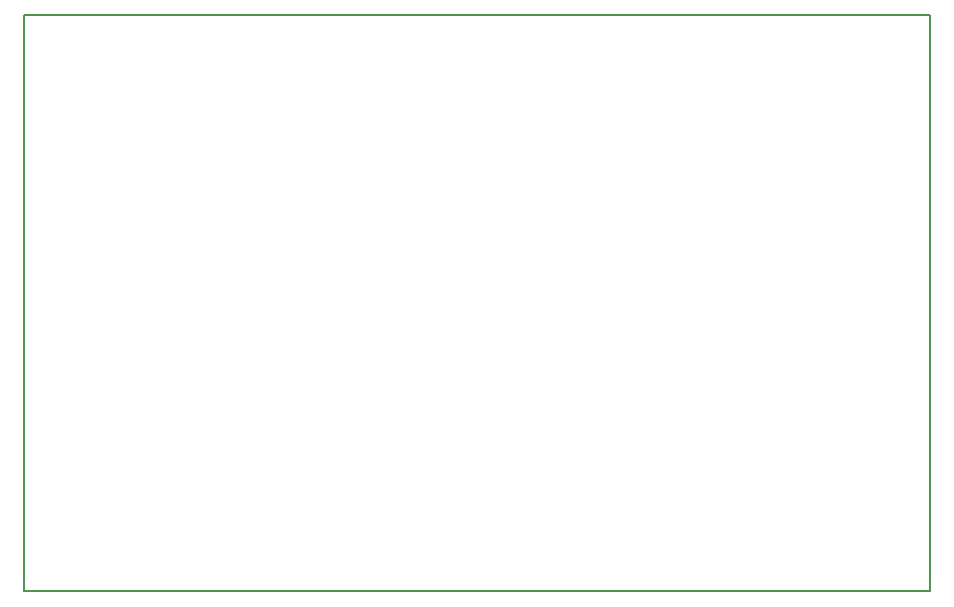
<source format=gm1>
G04 MADE WITH FRITZING*
G04 WWW.FRITZING.ORG*
G04 DOUBLE SIDED*
G04 HOLES PLATED*
G04 CONTOUR ON CENTER OF CONTOUR VECTOR*
%ASAXBY*%
%FSLAX23Y23*%
%MOIN*%
%OFA0B0*%
%SFA1.0B1.0*%
%ADD10R,3.027560X1.929130*%
%ADD11C,0.008000*%
%ADD10C,0.008*%
%LNCONTOUR*%
G90*
G70*
G54D10*
G54D11*
X4Y1925D02*
X3024Y1925D01*
X3024Y4D01*
X4Y4D01*
X4Y1925D01*
D02*
G04 End of contour*
M02*
</source>
